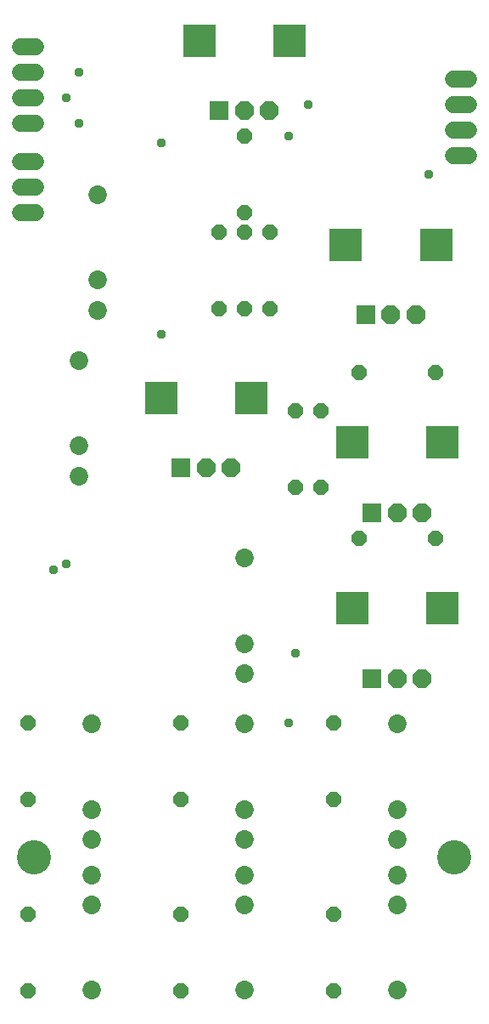
<source format=gbs>
G04 EAGLE Gerber RS-274X export*
G75*
%MOMM*%
%FSLAX34Y34*%
%LPD*%
%INSoldermask Bottom*%
%IPPOS*%
%AMOC8*
5,1,8,0,0,1.08239X$1,22.5*%
G01*
%ADD10C,3.403600*%
%ADD11C,1.727200*%
%ADD12R,1.879600X1.879600*%
%ADD13P,2.034460X8X292.500000*%
%ADD14R,3.319200X3.319200*%
%ADD15P,1.649562X8X292.500000*%
%ADD16P,1.649562X8X112.500000*%
%ADD17C,1.853200*%
%ADD18P,1.649562X8X22.500000*%
%ADD19P,1.649562X8X202.500000*%
%ADD20C,0.959600*%


D10*
X31750Y152400D03*
X450850Y152400D03*
D11*
X33020Y793750D02*
X17780Y793750D01*
X17780Y819150D02*
X33020Y819150D01*
X33020Y844550D02*
X17780Y844550D01*
D12*
X216300Y895200D03*
D13*
X241300Y895200D03*
X266300Y895200D03*
D14*
X286300Y965200D03*
X196300Y965200D03*
D12*
X362350Y692000D03*
D13*
X387350Y692000D03*
X412350Y692000D03*
D14*
X432350Y762000D03*
X342350Y762000D03*
D12*
X368700Y495150D03*
D13*
X393700Y495150D03*
X418700Y495150D03*
D14*
X438700Y565150D03*
X348700Y565150D03*
D15*
X241300Y869950D03*
X241300Y793750D03*
D16*
X266700Y698500D03*
X266700Y774700D03*
D15*
X177800Y95250D03*
X177800Y19050D03*
D17*
X95250Y812000D03*
X95250Y727000D03*
X95250Y697000D03*
X241300Y450050D03*
X241300Y365050D03*
X241300Y335050D03*
X241300Y19850D03*
X241300Y104850D03*
X241300Y134850D03*
X393700Y19850D03*
X393700Y104850D03*
X393700Y134850D03*
X88900Y284950D03*
X88900Y199950D03*
X88900Y169950D03*
X88900Y19850D03*
X88900Y104850D03*
X88900Y134850D03*
X393700Y284950D03*
X393700Y199950D03*
X393700Y169950D03*
X241300Y284950D03*
X241300Y199950D03*
X241300Y169950D03*
D16*
X215900Y698500D03*
X215900Y774700D03*
D15*
X330200Y95250D03*
X330200Y19050D03*
X25400Y285750D03*
X25400Y209550D03*
X25400Y95250D03*
X25400Y19050D03*
X177800Y285750D03*
X177800Y209550D03*
D16*
X317500Y520700D03*
X317500Y596900D03*
D17*
X76200Y646900D03*
X76200Y561900D03*
X76200Y531900D03*
D12*
X178200Y539600D03*
D13*
X203200Y539600D03*
X228200Y539600D03*
D14*
X248200Y609600D03*
X158200Y609600D03*
D16*
X241300Y698500D03*
X241300Y774700D03*
D12*
X368700Y330050D03*
D13*
X393700Y330050D03*
X418700Y330050D03*
D14*
X438700Y400050D03*
X348700Y400050D03*
D16*
X292100Y520700D03*
X292100Y596900D03*
D18*
X355600Y635000D03*
X431800Y635000D03*
D19*
X431800Y469900D03*
X355600Y469900D03*
D15*
X330200Y285750D03*
X330200Y209550D03*
D11*
X33020Y882650D02*
X17780Y882650D01*
X17780Y908050D02*
X33020Y908050D01*
X33020Y933450D02*
X17780Y933450D01*
X17780Y958850D02*
X33020Y958850D01*
X449580Y927100D02*
X464820Y927100D01*
X464820Y901700D02*
X449580Y901700D01*
X449580Y876300D02*
X464820Y876300D01*
X464820Y850900D02*
X449580Y850900D01*
D20*
X158750Y673100D03*
X158750Y863600D03*
X285750Y869950D03*
X425450Y831850D03*
X304800Y901700D03*
X76200Y882650D03*
X50800Y438150D03*
X76200Y933450D03*
X285750Y285750D03*
X63500Y908050D03*
X63500Y444500D03*
X292100Y355600D03*
M02*

</source>
